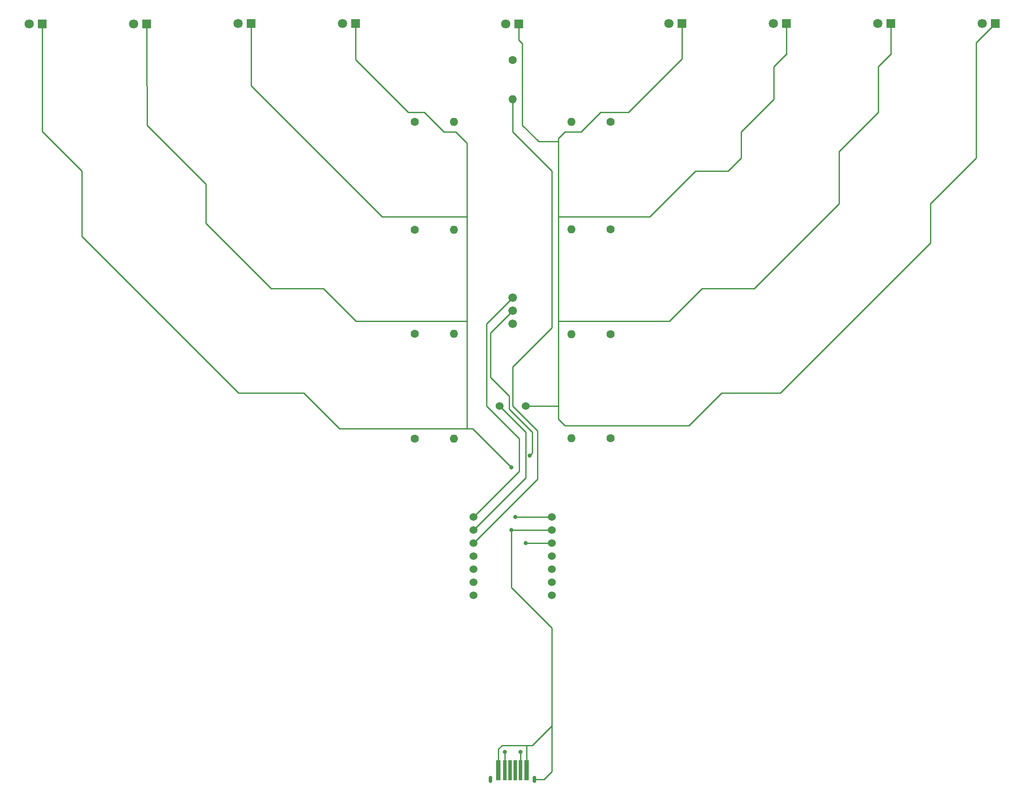
<source format=gbr>
%TF.GenerationSoftware,KiCad,Pcbnew,(6.0.7)*%
%TF.CreationDate,2022-08-28T16:25:01-04:00*%
%TF.ProjectId,CircuitPythonukiah,43697263-7569-4745-9079-74686f6e756b,rev?*%
%TF.SameCoordinates,Original*%
%TF.FileFunction,Copper,L2,Bot*%
%TF.FilePolarity,Positive*%
%FSLAX46Y46*%
G04 Gerber Fmt 4.6, Leading zero omitted, Abs format (unit mm)*
G04 Created by KiCad (PCBNEW (6.0.7)) date 2022-08-28 16:25:01*
%MOMM*%
%LPD*%
G01*
G04 APERTURE LIST*
%TA.AperFunction,ComponentPad*%
%ADD10R,1.800000X1.800000*%
%TD*%
%TA.AperFunction,ComponentPad*%
%ADD11C,1.800000*%
%TD*%
%TA.AperFunction,ComponentPad*%
%ADD12C,1.600000*%
%TD*%
%TA.AperFunction,ComponentPad*%
%ADD13O,1.600000X1.600000*%
%TD*%
%TA.AperFunction,ComponentPad*%
%ADD14C,1.524000*%
%TD*%
%TA.AperFunction,ComponentPad*%
%ADD15C,1.676400*%
%TD*%
%TA.AperFunction,SMDPad,CuDef*%
%ADD16R,0.700000X4.010000*%
%TD*%
%TA.AperFunction,SMDPad,CuDef*%
%ADD17R,0.800000X4.010000*%
%TD*%
%TA.AperFunction,SMDPad,CuDef*%
%ADD18R,0.900000X4.010000*%
%TD*%
%TA.AperFunction,ComponentPad*%
%ADD19O,0.700000X1.400000*%
%TD*%
%TA.AperFunction,ViaPad*%
%ADD20C,0.800000*%
%TD*%
%TA.AperFunction,Conductor*%
%ADD21C,0.250000*%
%TD*%
G04 APERTURE END LIST*
D10*
%TO.P,D8,1,K*%
%TO.N,GND*%
X222144258Y-42439258D03*
D11*
%TO.P,D8,2,A*%
%TO.N,Net-(D8-Pad2)*%
X219604258Y-42439258D03*
%TD*%
D12*
%TO.P,R4,1*%
%TO.N,Net-(D4-Pad2)*%
X109220000Y-61595000D03*
D13*
%TO.P,R4,2*%
%TO.N,LED4*%
X116840000Y-61595000D03*
%TD*%
D12*
%TO.P,R9,1*%
%TO.N,Net-(D9-Pad2)*%
X128270000Y-49530000D03*
D13*
%TO.P,R9,2*%
%TO.N,SHAMASH*%
X128270000Y-57150000D03*
%TD*%
D10*
%TO.P,D9,1,K*%
%TO.N,GND*%
X129439258Y-42479258D03*
D11*
%TO.P,D9,2,A*%
%TO.N,Net-(D9-Pad2)*%
X126899258Y-42479258D03*
%TD*%
D12*
%TO.P,R3,1*%
%TO.N,Net-(D3-Pad2)*%
X109220000Y-82550000D03*
D13*
%TO.P,R3,2*%
%TO.N,LED3*%
X116840000Y-82550000D03*
%TD*%
D12*
%TO.P,R7,1*%
%TO.N,Net-(D7-Pad2)*%
X147320000Y-102870000D03*
D13*
%TO.P,R7,2*%
%TO.N,LED7*%
X139700000Y-102870000D03*
%TD*%
D12*
%TO.P,R6,1*%
%TO.N,Net-(D6-Pad2)*%
X147320000Y-82444258D03*
D13*
%TO.P,R6,2*%
%TO.N,LED6*%
X139700000Y-82444258D03*
%TD*%
D10*
%TO.P,D7,1,K*%
%TO.N,GND*%
X201824258Y-42439258D03*
D11*
%TO.P,D7,2,A*%
%TO.N,Net-(D7-Pad2)*%
X199284258Y-42439258D03*
%TD*%
D10*
%TO.P,D4,1,K*%
%TO.N,GND*%
X97684258Y-42439258D03*
D11*
%TO.P,D4,2,A*%
%TO.N,Net-(D4-Pad2)*%
X95144258Y-42439258D03*
%TD*%
D12*
%TO.P,R5,1*%
%TO.N,Net-(D5-Pad2)*%
X147320000Y-61595000D03*
D13*
%TO.P,R5,2*%
%TO.N,LED5*%
X139700000Y-61595000D03*
%TD*%
D10*
%TO.P,D3,1,K*%
%TO.N,GND*%
X77364258Y-42439258D03*
D11*
%TO.P,D3,2,A*%
%TO.N,Net-(D3-Pad2)*%
X74824258Y-42439258D03*
%TD*%
D12*
%TO.P,R8,1*%
%TO.N,Net-(D8-Pad2)*%
X147320000Y-123084258D03*
D13*
%TO.P,R8,2*%
%TO.N,LED8*%
X139700000Y-123084258D03*
%TD*%
D12*
%TO.P,R1,1*%
%TO.N,Net-(D1-Pad2)*%
X109220000Y-123190000D03*
D13*
%TO.P,R1,2*%
%TO.N,LED1*%
X116840000Y-123190000D03*
%TD*%
D10*
%TO.P,D5,1,K*%
%TO.N,GND*%
X161184258Y-42439258D03*
D11*
%TO.P,D5,2,A*%
%TO.N,Net-(D5-Pad2)*%
X158644258Y-42439258D03*
%TD*%
D10*
%TO.P,D6,1,K*%
%TO.N,GND*%
X181504258Y-42439258D03*
D11*
%TO.P,D6,2,A*%
%TO.N,Net-(D6-Pad2)*%
X178964258Y-42439258D03*
%TD*%
D14*
%TO.P,U1,1,5V*%
%TO.N,5V*%
X135890000Y-138430000D03*
%TO.P,U1,2,GND*%
%TO.N,GND*%
X135890000Y-140970000D03*
%TO.P,U1,3,3V*%
%TO.N,3V*%
X135890000Y-143510000D03*
%TO.P,U1,4,MO*%
%TO.N,LED8*%
X135890000Y-146050000D03*
%TO.P,U1,5,MI*%
%TO.N,LED7*%
X135890000Y-148590000D03*
%TO.P,U1,6,SCK*%
%TO.N,LED6*%
X135890000Y-151130000D03*
%TO.P,U1,7,RX*%
%TO.N,LED5*%
X135890000Y-153670000D03*
%TO.P,U1,8,A0*%
%TO.N,MUTE_BTN*%
X120650000Y-138430000D03*
%TO.P,U1,9,A1*%
%TO.N,SPKR*%
X120650000Y-140970000D03*
%TO.P,U1,10,A2*%
%TO.N,SHAMASH*%
X120650000Y-143510000D03*
%TO.P,U1,11,A3*%
%TO.N,LED1*%
X120650000Y-146050000D03*
%TO.P,U1,12,SDA*%
%TO.N,LED2*%
X120650000Y-148590000D03*
%TO.P,U1,13,SCL*%
%TO.N,LED3*%
X120650000Y-151130000D03*
%TO.P,U1,14,TX*%
%TO.N,LED4*%
X120650000Y-153670000D03*
%TD*%
D15*
%TO.P,SW1,1,A*%
%TO.N,MUTE_BTN*%
X128270000Y-95758000D03*
%TO.P,SW1,2,B*%
%TO.N,3V*%
X128270000Y-98298000D03*
%TO.P,SW1,3,C*%
%TO.N,unconnected-(SW1-Pad3)*%
X128270000Y-100838000D03*
%TD*%
D12*
%TO.P,R2,1*%
%TO.N,Net-(D2-Pad2)*%
X109220000Y-102764258D03*
D13*
%TO.P,R2,2*%
%TO.N,LED2*%
X116840000Y-102764258D03*
%TD*%
D10*
%TO.P,D2,1,K*%
%TO.N,GND*%
X57049258Y-42479258D03*
D11*
%TO.P,D2,2,A*%
%TO.N,Net-(D2-Pad2)*%
X54509258Y-42479258D03*
%TD*%
D14*
%TO.P,LS1,1,1*%
%TO.N,SPKR*%
X125730000Y-116840000D03*
%TO.P,LS1,2,2*%
%TO.N,GND*%
X130810000Y-116840000D03*
%TD*%
D10*
%TO.P,D1,1,K*%
%TO.N,GND*%
X36724258Y-42479258D03*
D11*
%TO.P,D1,2,A*%
%TO.N,Net-(D1-Pad2)*%
X34184258Y-42479258D03*
%TD*%
D16*
%TO.P,J1,A5,CC1*%
%TO.N,unconnected-(J1-PadA5)*%
X127770000Y-187679000D03*
D17*
%TO.P,J1,A9,VBUS*%
%TO.N,5V*%
X129790000Y-187679000D03*
D18*
%TO.P,J1,A12,GND*%
%TO.N,GND*%
X131020000Y-187679000D03*
D16*
%TO.P,J1,B5,CC2*%
%TO.N,unconnected-(J1-PadB5)*%
X128770000Y-187679000D03*
D17*
%TO.P,J1,B9,VBUS*%
%TO.N,5V*%
X126750000Y-187679000D03*
D18*
%TO.P,J1,B12,GND*%
%TO.N,GND*%
X125520000Y-187679000D03*
D19*
%TO.P,J1,S1,SHIELD*%
X132540000Y-189484000D03*
%TO.P,J1,S2,SHIELD*%
X124000000Y-189484000D03*
%TD*%
D20*
%TO.N,GND*%
X128016000Y-140970000D03*
X128016000Y-128778000D03*
%TO.N,5V*%
X129794000Y-184150000D03*
X126746000Y-184150000D03*
X128778000Y-138430000D03*
%TO.N,3V*%
X131572000Y-126492000D03*
X130810000Y-143510000D03*
%TD*%
D21*
%TO.N,GND*%
X131020000Y-187679000D02*
X131020000Y-182924000D01*
X57049258Y-54509258D02*
X57150000Y-54610000D01*
X163830000Y-71120000D02*
X170180000Y-71120000D01*
X139065000Y-100330000D02*
X137160000Y-100330000D01*
X179070000Y-50800000D02*
X181610000Y-48260000D01*
X120523000Y-121285000D02*
X128016000Y-128778000D01*
X57049258Y-42479258D02*
X57049258Y-54509258D01*
X131064000Y-182880000D02*
X126238000Y-182880000D01*
X135890000Y-179070000D02*
X135890000Y-160020000D01*
X158750000Y-100330000D02*
X165100000Y-93980000D01*
X135890000Y-187960000D02*
X134366000Y-189484000D01*
X137160000Y-65405000D02*
X137160000Y-64770000D01*
X131020000Y-182924000D02*
X131064000Y-182880000D01*
X129439258Y-45619258D02*
X129439258Y-42479258D01*
X175260000Y-93980000D02*
X191770000Y-77470000D01*
X77364258Y-42439258D02*
X77364258Y-54504258D01*
X97684258Y-49424258D02*
X97684258Y-42439258D01*
X137160000Y-116840000D02*
X137160000Y-119380000D01*
X81280000Y-93980000D02*
X91440000Y-93980000D01*
X36724258Y-42479258D02*
X36724258Y-63394258D01*
X130175000Y-46355000D02*
X129439258Y-45619258D01*
X130810000Y-116840000D02*
X137160000Y-116840000D01*
X91440000Y-93980000D02*
X97790000Y-100330000D01*
X201930000Y-48260000D02*
X201824258Y-48154258D01*
X102870000Y-80010000D02*
X119380000Y-80010000D01*
X137160000Y-64770000D02*
X138430000Y-63500000D01*
X209550000Y-77470000D02*
X218440000Y-68580000D01*
X119380000Y-100965000D02*
X119380000Y-100330000D01*
X74930000Y-114300000D02*
X87630000Y-114300000D01*
X36724258Y-63394258D02*
X44450000Y-71120000D01*
X162560000Y-120650000D02*
X168910000Y-114300000D01*
X199390000Y-59690000D02*
X199390000Y-50800000D01*
X180340000Y-114300000D02*
X209550000Y-85090000D01*
X119380000Y-121285000D02*
X120523000Y-121285000D01*
X191770000Y-67310000D02*
X199390000Y-59690000D01*
X117157500Y-63500000D02*
X114935000Y-63500000D01*
X57150000Y-62230000D02*
X68580000Y-73660000D01*
X135890000Y-187960000D02*
X135890000Y-179070000D01*
X128016000Y-152146000D02*
X135890000Y-160020000D01*
X145415000Y-59690000D02*
X150815991Y-59690000D01*
X179070000Y-57150000D02*
X179070000Y-50800000D01*
X172720000Y-68580000D02*
X172720000Y-63500000D01*
X68580000Y-73660000D02*
X68580000Y-81280000D01*
X44450000Y-83820000D02*
X74930000Y-114300000D01*
X135890000Y-179070000D02*
X132080000Y-182880000D01*
X119380000Y-100330000D02*
X97790000Y-100330000D01*
X128016000Y-140970000D02*
X128016000Y-152146000D01*
X111125000Y-59690000D02*
X107950000Y-59690000D01*
X137160000Y-65405000D02*
X133350000Y-65405000D01*
X119380000Y-100330000D02*
X119380000Y-82550000D01*
X138430000Y-120650000D02*
X162560000Y-120650000D01*
X201824258Y-48154258D02*
X201824258Y-42439258D01*
X181504258Y-48154258D02*
X181504258Y-42439258D01*
X138430000Y-63500000D02*
X141605000Y-63500000D01*
X165100000Y-93980000D02*
X175260000Y-93980000D01*
X154940000Y-80010000D02*
X163830000Y-71120000D01*
X94615000Y-121285000D02*
X119380000Y-121285000D01*
X168910000Y-114300000D02*
X180340000Y-114300000D01*
X134366000Y-189484000D02*
X132540000Y-189484000D01*
X77364258Y-54504258D02*
X102870000Y-80010000D01*
X170180000Y-71120000D02*
X172720000Y-68580000D01*
X68580000Y-81280000D02*
X81280000Y-93980000D01*
X119380000Y-80010000D02*
X119380000Y-65722500D01*
X119380000Y-65722500D02*
X117157500Y-63500000D01*
X137160000Y-102870000D02*
X137160000Y-82550000D01*
X191770000Y-77470000D02*
X191770000Y-67310000D01*
X57150000Y-54610000D02*
X57150000Y-62230000D01*
X139065000Y-100330000D02*
X158750000Y-100330000D01*
X135890000Y-140970000D02*
X128016000Y-140970000D01*
X137160000Y-119380000D02*
X138430000Y-120650000D01*
X218440000Y-46143516D02*
X222144258Y-42439258D01*
X199390000Y-50800000D02*
X201930000Y-48260000D01*
X137160000Y-116840000D02*
X137160000Y-102870000D01*
X161184258Y-49321733D02*
X161184258Y-42439258D01*
X119380000Y-80645000D02*
X119380000Y-80010000D01*
X150815991Y-59690000D02*
X161184258Y-49321733D01*
X130175000Y-62230000D02*
X130175000Y-46355000D01*
X141605000Y-63500000D02*
X145415000Y-59690000D01*
X119380000Y-116840000D02*
X119380000Y-120650000D01*
X87630000Y-114300000D02*
X94615000Y-121285000D01*
X209550000Y-85090000D02*
X209550000Y-77470000D01*
X172720000Y-63500000D02*
X179070000Y-57150000D01*
X126238000Y-182880000D02*
X125520000Y-183598000D01*
X119380000Y-116840000D02*
X119380000Y-100965000D01*
X119380000Y-82550000D02*
X119380000Y-80645000D01*
X44450000Y-71120000D02*
X44450000Y-83820000D01*
X107950000Y-59690000D02*
X97684258Y-49424258D01*
X139700000Y-80010000D02*
X137160000Y-80010000D01*
X181610000Y-48260000D02*
X181504258Y-48154258D01*
X132080000Y-182880000D02*
X131064000Y-182880000D01*
X137160000Y-82550000D02*
X137160000Y-65405000D01*
X114935000Y-63500000D02*
X111125000Y-59690000D01*
X218440000Y-68580000D02*
X218440000Y-46143516D01*
X119380000Y-120650000D02*
X119380000Y-121285000D01*
X133350000Y-65405000D02*
X130175000Y-62230000D01*
X139700000Y-80010000D02*
X154940000Y-80010000D01*
X125520000Y-183598000D02*
X125520000Y-187679000D01*
%TO.N,5V*%
X126746000Y-184150000D02*
X126750000Y-184154000D01*
X126750000Y-184154000D02*
X126750000Y-187679000D01*
X128778000Y-138430000D02*
X135890000Y-138430000D01*
X129794000Y-184150000D02*
X129790000Y-184154000D01*
X129790000Y-184154000D02*
X129790000Y-187679000D01*
%TO.N,3V*%
X128270000Y-98298000D02*
X123952000Y-102616000D01*
X132080000Y-125984000D02*
X131572000Y-126492000D01*
X127635000Y-114935000D02*
X127635000Y-117475000D01*
X130810000Y-143510000D02*
X135890000Y-143510000D01*
X127635000Y-117475000D02*
X132080000Y-121920000D01*
X132080000Y-121920000D02*
X132080000Y-125984000D01*
X123952000Y-102616000D02*
X123952000Y-111252000D01*
X123952000Y-111252000D02*
X127635000Y-114935000D01*
%TO.N,SHAMASH*%
X133096000Y-121666000D02*
X128270000Y-116840000D01*
X135890000Y-101600000D02*
X135890000Y-71120000D01*
X135890000Y-71120000D02*
X128270000Y-63500000D01*
X128270000Y-116840000D02*
X128270000Y-109220000D01*
X133096000Y-121666000D02*
X133096000Y-131064000D01*
X128270000Y-109220000D02*
X135890000Y-101600000D01*
X133096000Y-131064000D02*
X120650000Y-143510000D01*
X128270000Y-63500000D02*
X128270000Y-57150000D01*
%TO.N,MUTE_BTN*%
X123190000Y-100838000D02*
X128270000Y-95758000D01*
X129540000Y-129540000D02*
X120650000Y-138430000D01*
X123190000Y-116840000D02*
X123190000Y-100838000D01*
X129540000Y-123190000D02*
X123190000Y-116840000D01*
X129540000Y-123190000D02*
X129540000Y-129540000D01*
%TO.N,SPKR*%
X130810000Y-121920000D02*
X130810000Y-130810000D01*
X130810000Y-130810000D02*
X120650000Y-140970000D01*
X130810000Y-121920000D02*
X125730000Y-116840000D01*
%TD*%
M02*

</source>
